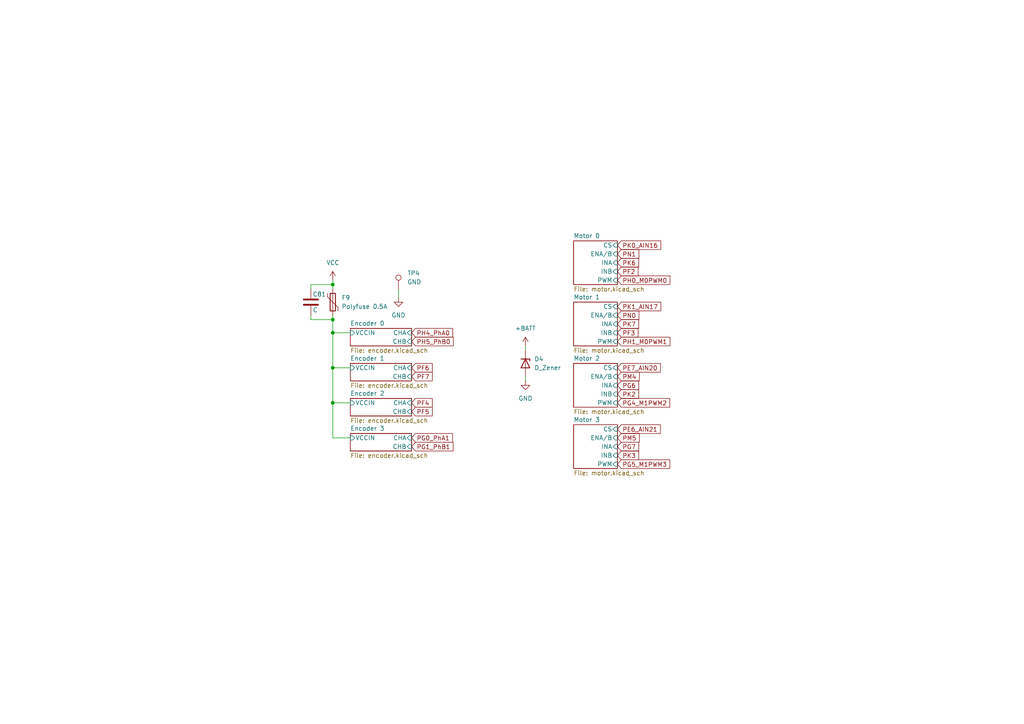
<source format=kicad_sch>
(kicad_sch (version 20250114) (generator "eeschema") (generator_version "9.0")
  (paper "A4")
  (lib_symbols
    (symbol "Connector:TestPoint" (pin_numbers (hide yes)) (pin_names (offset 0.762) (hide yes))
      (property "Reference" "TP" (at 0 6.858 0))
      (property "Value" "TestPoint" (at 0 5.08 0))
      (symbol "TestPoint_0_1"
        (circle (center 0 3.302) (radius 0.762))
      )
      (symbol "TestPoint_1_1"
        (pin passive line (at 0 0 90) (length 2.54) (name "1") (number "1"))
      )
    )
    (symbol "Device:C" (pin_numbers (hide yes)) (pin_names (offset 0.254))
      (property "Reference" "C" (at 0.635 2.54 0))
      (property "Value" "C" (at 0.635 -2.54 0))
      (symbol "C_0_1"
        (polyline (pts (xy -2.032 0.762) (xy 2.032 0.762)) (stroke (width 0.508)))
        (polyline (pts (xy -2.032 -0.762) (xy 2.032 -0.762)) (stroke (width 0.508)))
      )
      (symbol "C_1_1"
        (pin passive line (at 0 3.81 270) (length 2.794) (name "~") (number "1"))
        (pin passive line (at 0 -3.81 90) (length 2.794) (name "~") (number "2"))
      )
    )
    (symbol "Device:D_Zener" (pin_numbers (hide yes)) (pin_names (offset 1.016) (hide yes))
      (property "Reference" "D" (at 0 2.54 0))
      (property "Value" "D_Zener" (at 0 -2.54 0))
      (symbol "D_Zener_0_1"
        (polyline (pts (xy -1.27 -1.27) (xy -1.27 1.27) (xy -0.762 1.27)) (stroke (width 0.254)))
        (polyline (pts (xy 1.27 0) (xy -1.27 0)))
        (polyline (pts (xy 1.27 -1.27) (xy 1.27 1.27) (xy -1.27 0) (xy 1.27 -1.27)) (stroke (width 0.254)))
      )
      (symbol "D_Zener_1_1"
        (pin passive line (at -3.81 0 0) (length 2.54) (name "K") (number "1"))
        (pin passive line (at 3.81 0 180) (length 2.54) (name "A") (number "2"))
      )
    )
    (symbol "Device:Polyfuse" (pin_numbers (hide yes)) (pin_names (offset 0))
      (property "Reference" "F" (at -2.54 0 90))
      (property "Value" "Polyfuse" (at 2.54 0 90))
      (symbol "Polyfuse_0_1"
        (polyline (pts (xy -1.524 2.54) (xy -1.524 1.524) (xy 1.524 -1.524) (xy 1.524 -2.54)))
        (rectangle (start -0.762 2.54) (end 0.762 -2.54) (stroke (width 0.254)))
        (polyline (pts (xy 0 2.54) (xy 0 -2.54)))
      )
      (symbol "Polyfuse_1_1"
        (pin passive line (at 0 3.81 270) (length 1.27) (name "~") (number "1"))
        (pin passive line (at 0 -3.81 90) (length 1.27) (name "~") (number "2"))
      )
    )
    (symbol "power:+BATT" (power) (pin_numbers (hide yes)) (pin_names (offset 0) (hide yes))
      (property "Value" "+BATT" (at 0 3.556 0))
      (symbol "+BATT_0_1"
        (polyline (pts (xy -0.762 1.27) (xy 0 2.54)))
        (polyline (pts (xy 0 2.54) (xy 0.762 1.27)))
        (polyline (pts (xy 0 0) (xy 0 2.54)))
      )
      (symbol "+BATT_1_1"
        (pin power_in line (at 0 0 90) (length 0) (name "~") (number "1"))
      )
    )
    (symbol "power:GND" (power) (pin_numbers (hide yes)) (pin_names (offset 0) (hide yes))
      (property "Value" "GND" (at 0 -3.81 0))
      (symbol "GND_0_1"
        (polyline (pts (xy 0 0) (xy 0 -1.27) (xy 1.27 -1.27) (xy 0 -2.54) (xy -1.27 -1.27) (xy 0 -1.27)))
      )
      (symbol "GND_1_1"
        (pin power_in line (at 0 0 270) (length 0) (name "~") (number "1"))
      )
    )
    (symbol "power:VCC" (power) (pin_numbers (hide yes)) (pin_names (offset 0) (hide yes))
      (property "Value" "VCC" (at 0 3.556 0))
      (symbol "VCC_0_1"
        (polyline (pts (xy -0.762 1.27) (xy 0 2.54)))
        (polyline (pts (xy 0 2.54) (xy 0.762 1.27)))
        (polyline (pts (xy 0 0) (xy 0 2.54)))
      )
      (symbol "VCC_1_1"
        (pin power_in line (at 0 0 90) (length 0) (name "~") (number "1"))
      )
    )
  )
  (junction (at 96.52 116.84))
  (junction (at 96.52 106.68))
  (junction (at 96.52 82.55))
  (junction (at 96.52 92.71))
  (junction (at 96.52 96.52))
  (wire (pts (xy 90.17 91.44) (xy 90.17 92.71)))
  (wire (pts (xy 152.4 100.33) (xy 152.4 101.6)))
  (wire (pts (xy 90.17 92.71) (xy 96.52 92.71)))
  (wire (pts (xy 96.52 116.84) (xy 96.52 127)))
  (wire (pts (xy 96.52 106.68) (xy 96.52 116.84)))
  (wire (pts (xy 96.52 127) (xy 101.6 127)))
  (wire (pts (xy 96.52 96.52) (xy 101.6 96.52)))
  (wire (pts (xy 96.52 92.71) (xy 96.52 96.52)))
  (wire (pts (xy 90.17 82.55) (xy 96.52 82.55)))
  (wire (pts (xy 90.17 83.82) (xy 90.17 82.55)))
  (wire (pts (xy 115.57 83.82) (xy 115.57 86.36)))
  (wire (pts (xy 96.52 96.52) (xy 96.52 106.68)))
  (wire (pts (xy 96.52 91.44) (xy 96.52 92.71)))
  (wire (pts (xy 96.52 116.84) (xy 101.6 116.84)))
  (wire (pts (xy 96.52 106.68) (xy 101.6 106.68)))
  (wire (pts (xy 152.4 109.22) (xy 152.4 110.49)))
  (wire (pts (xy 96.52 82.55) (xy 96.52 83.82)))
  (wire (pts (xy 96.52 81.28) (xy 96.52 82.55)))
  (global_label "PH0_M0PWM0" (shape input) (at 179.07 81.28 0) (property "Intersheetrefs" "${INTERSHEET_REFS}" (effects (hide yes))))
  (global_label "PF5" (shape input) (at 119.38 119.38 0) (property "Intersheetrefs" "${INTERSHEET_REFS}" (effects (hide yes))))
  (global_label "PK3" (shape input) (at 179.07 132.08 0) (property "Intersheetrefs" "${INTERSHEET_REFS}" (effects (hide yes))))
  (global_label "PH1_M0PWM1" (shape input) (at 179.07 99.06 0) (property "Intersheetrefs" "${INTERSHEET_REFS}" (effects (hide yes))))
  (global_label "PE6_AIN21" (shape input) (at 179.07 124.46 0) (property "Intersheetrefs" "${INTERSHEET_REFS}" (effects (hide yes))))
  (global_label "PG0_PhA1" (shape input) (at 119.38 127 0) (property "Intersheetrefs" "${INTERSHEET_REFS}" (effects (hide yes))))
  (global_label "PK1_AIN17" (shape input) (at 179.07 88.9 0) (property "Intersheetrefs" "${INTERSHEET_REFS}" (effects (hide yes))))
  (global_label "PH5_PhB0" (shape input) (at 119.38 99.06 0) (property "Intersheetrefs" "${INTERSHEET_REFS}" (effects (hide yes))))
  (global_label "PF4" (shape input) (at 119.38 116.84 0) (property "Intersheetrefs" "${INTERSHEET_REFS}" (effects (hide yes))))
  (global_label "PK0_AIN16" (shape input) (at 179.07 71.12 0) (property "Intersheetrefs" "${INTERSHEET_REFS}" (effects (hide yes))))
  (global_label "PK6" (shape input) (at 179.07 76.2 0) (property "Intersheetrefs" "${INTERSHEET_REFS}" (effects (hide yes))))
  (global_label "PG5_M1PWM3" (shape input) (at 179.07 134.62 0) (property "Intersheetrefs" "${INTERSHEET_REFS}" (effects (hide yes))))
  (global_label "PM4" (shape input) (at 179.07 109.22 0) (property "Intersheetrefs" "${INTERSHEET_REFS}" (effects (hide yes))))
  (global_label "PG1_PhB1" (shape input) (at 119.38 129.54 0) (property "Intersheetrefs" "${INTERSHEET_REFS}" (effects (hide yes))))
  (global_label "PG7" (shape input) (at 179.07 129.54 0) (property "Intersheetrefs" "${INTERSHEET_REFS}" (effects (hide yes))))
  (global_label "PF3" (shape input) (at 179.07 96.52 0) (property "Intersheetrefs" "${INTERSHEET_REFS}" (effects (hide yes))))
  (global_label "PK7" (shape input) (at 179.07 93.98 0) (property "Intersheetrefs" "${INTERSHEET_REFS}" (effects (hide yes))))
  (global_label "PF2" (shape input) (at 179.07 78.74 0) (property "Intersheetrefs" "${INTERSHEET_REFS}" (effects (hide yes))))
  (global_label "PF7" (shape input) (at 119.38 109.22 0) (property "Intersheetrefs" "${INTERSHEET_REFS}" (effects (hide yes))))
  (global_label "PG4_M1PWM2" (shape input) (at 179.07 116.84 0) (property "Intersheetrefs" "${INTERSHEET_REFS}" (effects (hide yes))))
  (global_label "PM5" (shape input) (at 179.07 127 0) (property "Intersheetrefs" "${INTERSHEET_REFS}" (effects (hide yes))))
  (global_label "PN1" (shape input) (at 179.07 73.66 0) (property "Intersheetrefs" "${INTERSHEET_REFS}" (effects (hide yes))))
  (global_label "PG6" (shape input) (at 179.07 111.76 0) (property "Intersheetrefs" "${INTERSHEET_REFS}" (effects (hide yes))))
  (global_label "PE7_AIN20" (shape input) (at 179.07 106.68 0) (property "Intersheetrefs" "${INTERSHEET_REFS}" (effects (hide yes))))
  (global_label "PN0" (shape input) (at 179.07 91.44 0) (property "Intersheetrefs" "${INTERSHEET_REFS}" (effects (hide yes))))
  (global_label "PH4_PhA0" (shape input) (at 119.38 96.52 0) (property "Intersheetrefs" "${INTERSHEET_REFS}" (effects (hide yes))))
  (global_label "PF6" (shape input) (at 119.38 106.68 0) (property "Intersheetrefs" "${INTERSHEET_REFS}" (effects (hide yes))))
  (global_label "PK2" (shape input) (at 179.07 114.3 0) (property "Intersheetrefs" "${INTERSHEET_REFS}" (effects (hide yes))))
  (symbol (lib_id "Device:Polyfuse") (at 96.52 87.63 0) (unit 1)
    (property "Reference" "F9" (at 99.06 86.3599 0) (effects (justify left)))
    (property "Value" "Polyfuse 0.5A" (at 99.06 88.8999 0) (effects (justify left)))
    (property "Description" "Resettable fuse, polymeric positive temperature coefficient" (effects (hide yes)))
  )
  (symbol (lib_id "Device:D_Zener") (at 152.4 105.41 270) (unit 1)
    (property "Reference" "D4" (at 154.94 104.1399 90) (effects (justify left)))
    (property "Value" "D_Zener" (at 154.94 106.6799 90) (effects (justify left)))
    (property "Description" "Zener diode" (effects (hide yes)))
  )
  (symbol (lib_id "power:GND") (at 152.4 110.49 0) (unit 1)
    (property "Reference" "#PWR060" (effects (hide yes)))
    (property "Value" "GND" (at 152.4 115.57 0))
    (property "Description" "Power symbol creates a global label with name \"GND\" , ground" (effects (hide yes)))
  )
  (symbol (lib_id "Connector:TestPoint") (at 115.57 83.82 0) (unit 1)
    (property "Reference" "TP4" (at 118.11 79.2479 0) (effects (justify left)))
    (property "Value" "GND" (at 118.11 81.7879 0) (effects (justify left)))
    (property "Description" "test point" (effects (hide yes)))
  )
  (symbol (lib_id "power:GND") (at 115.57 86.36 0) (unit 1)
    (property "Reference" "#PWR09" (effects (hide yes)))
    (property "Value" "GND" (at 115.57 91.44 0))
    (property "Description" "Power symbol creates a global label with name \"GND\" , ground" (effects (hide yes)))
  )
  (symbol (lib_id "power:+BATT") (at 152.4 100.33 0) (unit 1)
    (property "Reference" "#PWR059" (effects (hide yes)))
    (property "Value" "+BATT" (at 152.4 95.25 0))
    (property "Description" "Power symbol creates a global label with name \"+BATT\"" (effects (hide yes)))
  )
  (symbol (lib_id "Device:C") (at 90.17 87.63 180) (unit 1)
    (property "Reference" "C81" (at 90.678 85.344 0) (effects (justify right)))
    (property "Value" "C" (at 90.678 89.916 0) (effects (justify right)))
    (property "Description" "Unpolarized capacitor" (effects (hide yes)))
  )
  (symbol (lib_id "power:VCC") (at 96.52 81.28 0) (unit 1)
    (property "Reference" "#PWR07" (effects (hide yes)))
    (property "Value" "VCC" (at 96.52 76.2 0))
    (property "Description" "Power symbol creates a global label with name \"VCC\"" (effects (hide yes)))
  )
  (sheet (at 101.6 115.57) (size 17.78 5.08) (stroke (width 0.1524))
    (property "Sheetname" "Encoder 2" (at 101.6 114.8584 0) (effects (justify left bottom)))
    (property "Sheetfile" "encoder.kicad_sch" (at 101.6 121.2346 0) (effects (justify left top)))
    (pin "CHA" input (at 119.38 116.84 0))
    (pin "CHB" input (at 119.38 119.38 0))
    (pin "VCCIN" input (at 101.6 116.84 180))
  )
  (sheet (at 101.6 125.73) (size 17.78 5.08) (stroke (width 0.1524))
    (property "Sheetname" "Encoder 3" (at 101.6 125.0184 0) (effects (justify left bottom)))
    (property "Sheetfile" "encoder.kicad_sch" (at 101.6 131.3946 0) (effects (justify left top)))
    (pin "VCCIN" input (at 101.6 127 180))
    (pin "CHA" input (at 119.38 127 0))
    (pin "CHB" input (at 119.38 129.54 0))
  )
  (sheet (at 166.37 105.41) (size 12.7 12.7) (stroke (width 0.1524))
    (property "Sheetname" "Motor 2" (at 166.37 104.6984 0) (effects (justify left bottom)))
    (property "Sheetfile" "motor.kicad_sch" (at 166.37 118.6946 0) (effects (justify left top)))
    (pin "CS" input (at 179.07 106.68 0))
    (pin "ENA{slash}B" input (at 179.07 109.22 0))
    (pin "INA" input (at 179.07 111.76 0))
    (pin "INB" input (at 179.07 114.3 0))
    (pin "PWM" input (at 179.07 116.84 0))
  )
  (sheet (at 101.6 95.25) (size 17.78 5.08) (stroke (width 0.1524))
    (property "Sheetname" "Encoder 0" (at 101.6 94.5384 0) (effects (justify left bottom)))
    (property "Sheetfile" "encoder.kicad_sch" (at 101.6 100.9146 0) (effects (justify left top)))
    (pin "CHA" input (at 119.38 96.52 0))
    (pin "CHB" input (at 119.38 99.06 0))
    (pin "VCCIN" input (at 101.6 96.52 180))
  )
  (sheet (at 166.37 87.63) (size 12.7 12.7) (stroke (width 0.1524))
    (property "Sheetname" "Motor 1" (at 166.37 86.9184 0) (effects (justify left bottom)))
    (property "Sheetfile" "motor.kicad_sch" (at 166.37 100.9146 0) (effects (justify left top)))
    (pin "CS" input (at 179.07 88.9 0))
    (pin "ENA{slash}B" input (at 179.07 91.44 0))
    (pin "INA" input (at 179.07 93.98 0))
    (pin "INB" input (at 179.07 96.52 0))
    (pin "PWM" input (at 179.07 99.06 0))
  )
  (sheet (at 166.37 123.19) (size 12.7 12.7) (stroke (width 0.1524))
    (property "Sheetname" "Motor 3" (at 166.37 122.4784 0) (effects (justify left bottom)))
    (property "Sheetfile" "motor.kicad_sch" (at 166.37 136.4746 0) (effects (justify left top)))
    (pin "CS" input (at 179.07 124.46 0))
    (pin "ENA{slash}B" input (at 179.07 127 0))
    (pin "INA" input (at 179.07 129.54 0))
    (pin "INB" input (at 179.07 132.08 0))
    (pin "PWM" input (at 179.07 134.62 0))
  )
  (sheet (at 101.6 105.41) (size 17.78 5.08) (stroke (width 0.1524))
    (property "Sheetname" "Encoder 1" (at 101.6 104.6984 0) (effects (justify left bottom)))
    (property "Sheetfile" "encoder.kicad_sch" (at 101.6 111.0746 0) (effects (justify left top)))
    (pin "CHA" input (at 119.38 106.68 0))
    (pin "CHB" input (at 119.38 109.22 0))
    (pin "VCCIN" input (at 101.6 106.68 180))
  )
  (sheet (at 166.37 69.85) (size 12.7 12.7) (stroke (width 0.1524))
    (property "Sheetname" "Motor 0" (at 166.37 69.1384 0) (effects (justify left bottom)))
    (property "Sheetfile" "motor.kicad_sch" (at 166.37 83.1346 0) (effects (justify left top)))
    (pin "CS" input (at 179.07 71.12 0))
    (pin "ENA{slash}B" input (at 179.07 73.66 0))
    (pin "INA" input (at 179.07 76.2 0))
    (pin "INB" input (at 179.07 78.74 0))
    (pin "PWM" input (at 179.07 81.28 0))
  )
)
</source>
